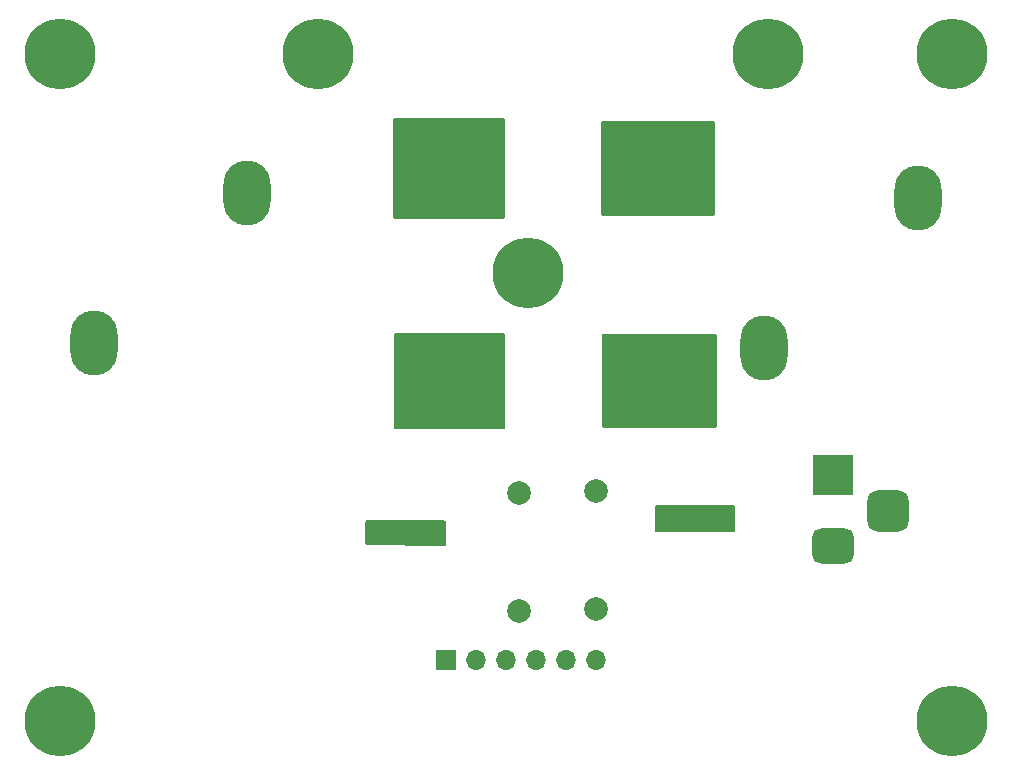
<source format=gbs>
G04 #@! TF.GenerationSoftware,KiCad,Pcbnew,8.0.4*
G04 #@! TF.CreationDate,2024-11-20T17:04:54-05:00*
G04 #@! TF.ProjectId,big_hbridge,6269675f-6862-4726-9964-67652e6b6963,rev?*
G04 #@! TF.SameCoordinates,Original*
G04 #@! TF.FileFunction,Soldermask,Bot*
G04 #@! TF.FilePolarity,Negative*
%FSLAX46Y46*%
G04 Gerber Fmt 4.6, Leading zero omitted, Abs format (unit mm)*
G04 Created by KiCad (PCBNEW 8.0.4) date 2024-11-20 17:04:54*
%MOMM*%
%LPD*%
G01*
G04 APERTURE LIST*
G04 Aperture macros list*
%AMRoundRect*
0 Rectangle with rounded corners*
0 $1 Rounding radius*
0 $2 $3 $4 $5 $6 $7 $8 $9 X,Y pos of 4 corners*
0 Add a 4 corners polygon primitive as box body*
4,1,4,$2,$3,$4,$5,$6,$7,$8,$9,$2,$3,0*
0 Add four circle primitives for the rounded corners*
1,1,$1+$1,$2,$3*
1,1,$1+$1,$4,$5*
1,1,$1+$1,$6,$7*
1,1,$1+$1,$8,$9*
0 Add four rect primitives between the rounded corners*
20,1,$1+$1,$2,$3,$4,$5,0*
20,1,$1+$1,$4,$5,$6,$7,0*
20,1,$1+$1,$6,$7,$8,$9,0*
20,1,$1+$1,$8,$9,$2,$3,0*%
G04 Aperture macros list end*
%ADD10O,4.000000X5.500000*%
%ADD11R,3.500000X3.500000*%
%ADD12RoundRect,0.750000X1.000000X-0.750000X1.000000X0.750000X-1.000000X0.750000X-1.000000X-0.750000X0*%
%ADD13RoundRect,0.875000X0.875000X-0.875000X0.875000X0.875000X-0.875000X0.875000X-0.875000X-0.875000X0*%
%ADD14C,2.000000*%
%ADD15R,1.700000X1.700000*%
%ADD16O,1.700000X1.700000*%
%ADD17C,6.000000*%
G04 APERTURE END LIST*
D10*
X63157671Y-28402415D03*
X76157671Y-15722415D03*
D11*
X68950000Y-39200000D03*
D12*
X68950000Y-45200000D03*
D13*
X73650000Y-42200000D03*
D14*
X48937501Y-50537501D03*
X48937501Y-40537501D03*
D15*
X36220000Y-54800000D03*
D16*
X38760000Y-54800000D03*
X41300000Y-54800000D03*
X43840000Y-54800000D03*
X46380000Y-54800000D03*
X48920000Y-54800000D03*
D17*
X3500000Y-60000000D03*
D14*
X42400000Y-50700000D03*
X42400000Y-40700000D03*
D17*
X79050000Y-3500000D03*
X3500000Y-3500000D03*
D10*
X6400000Y-28000000D03*
X19400000Y-15320000D03*
D17*
X79050000Y-60000000D03*
X63500000Y-3500000D03*
X43180000Y-22100000D03*
X25400000Y-3500000D03*
G36*
X41143039Y-27169685D02*
G01*
X41188794Y-27222489D01*
X41200000Y-27274000D01*
X41200000Y-35176000D01*
X41180315Y-35243039D01*
X41127511Y-35288794D01*
X41076000Y-35300000D01*
X31924000Y-35300000D01*
X31856961Y-35280315D01*
X31811206Y-35227511D01*
X31800000Y-35176000D01*
X31800000Y-27274000D01*
X31819685Y-27206961D01*
X31872489Y-27161206D01*
X31924000Y-27150000D01*
X41076000Y-27150000D01*
X41143039Y-27169685D01*
G37*
G36*
X36143039Y-43019685D02*
G01*
X36188794Y-43072489D01*
X36200000Y-43124000D01*
X36200000Y-45074162D01*
X36180315Y-45141201D01*
X36127511Y-45186956D01*
X36074177Y-45198149D01*
X29522177Y-45101796D01*
X29455434Y-45081127D01*
X29410460Y-45027656D01*
X29400000Y-44977809D01*
X29400000Y-43124000D01*
X29419685Y-43056961D01*
X29472489Y-43011206D01*
X29524000Y-43000000D01*
X36076000Y-43000000D01*
X36143039Y-43019685D01*
G37*
G36*
X59093039Y-27219685D02*
G01*
X59138794Y-27272489D01*
X59150000Y-27324000D01*
X59150000Y-35026000D01*
X59130315Y-35093039D01*
X59077511Y-35138794D01*
X59026000Y-35150000D01*
X49574000Y-35150000D01*
X49506961Y-35130315D01*
X49461206Y-35077511D01*
X49450000Y-35026000D01*
X49450000Y-27324000D01*
X49469685Y-27256961D01*
X49522489Y-27211206D01*
X49574000Y-27200000D01*
X59026000Y-27200000D01*
X59093039Y-27219685D01*
G37*
G36*
X60643039Y-41719685D02*
G01*
X60688794Y-41772489D01*
X60700000Y-41824000D01*
X60700000Y-43876000D01*
X60680315Y-43943039D01*
X60627511Y-43988794D01*
X60576000Y-44000000D01*
X54024000Y-44000000D01*
X53956961Y-43980315D01*
X53911206Y-43927511D01*
X53900000Y-43876000D01*
X53900000Y-41824000D01*
X53919685Y-41756961D01*
X53972489Y-41711206D01*
X54024000Y-41700000D01*
X60576000Y-41700000D01*
X60643039Y-41719685D01*
G37*
G36*
X41143039Y-8969685D02*
G01*
X41188794Y-9022489D01*
X41200000Y-9074000D01*
X41200000Y-17326000D01*
X41180315Y-17393039D01*
X41127511Y-17438794D01*
X41076000Y-17450000D01*
X31874000Y-17450000D01*
X31806961Y-17430315D01*
X31761206Y-17377511D01*
X31750000Y-17326000D01*
X31750000Y-9074000D01*
X31769685Y-9006961D01*
X31822489Y-8961206D01*
X31874000Y-8950000D01*
X41076000Y-8950000D01*
X41143039Y-8969685D01*
G37*
G36*
X58943039Y-9219685D02*
G01*
X58988794Y-9272489D01*
X59000000Y-9324000D01*
X59000000Y-17076000D01*
X58980315Y-17143039D01*
X58927511Y-17188794D01*
X58876000Y-17200000D01*
X49474000Y-17200000D01*
X49406961Y-17180315D01*
X49361206Y-17127511D01*
X49350000Y-17076000D01*
X49350000Y-9324000D01*
X49369685Y-9256961D01*
X49422489Y-9211206D01*
X49474000Y-9200000D01*
X58876000Y-9200000D01*
X58943039Y-9219685D01*
G37*
M02*

</source>
